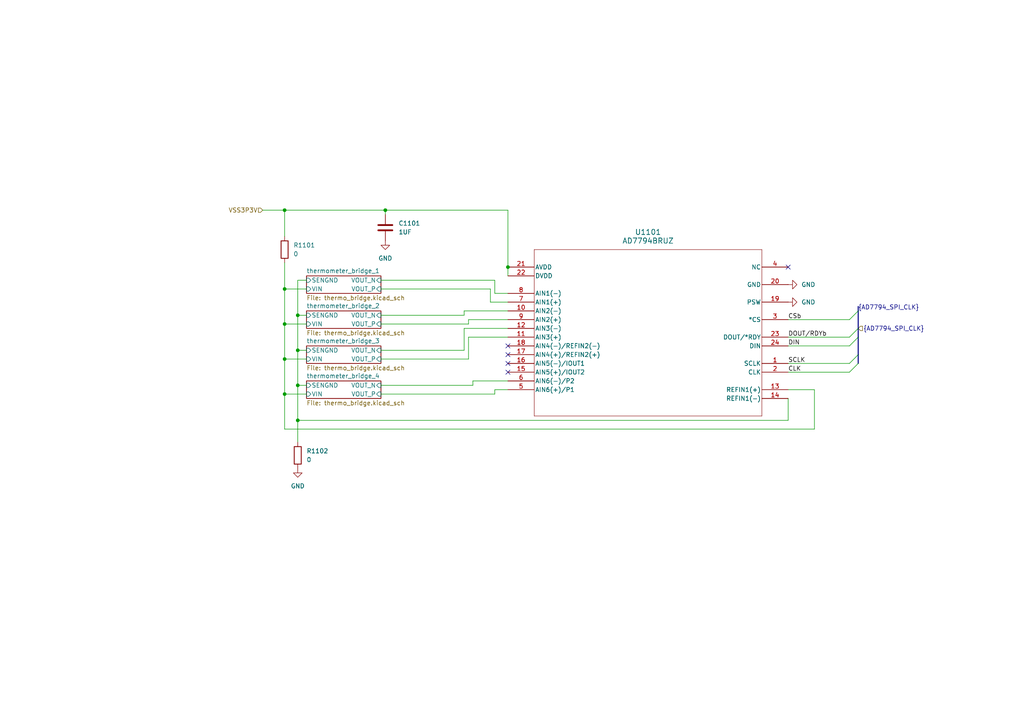
<source format=kicad_sch>
(kicad_sch (version 20231120) (generator "eeschema") (generator_version "8.0")
  (paper "A4")
  (lib_symbols
    (symbol "001_symbol:AD7794BRUZ" (pin_names (offset 0.254))
      (property "Reference" "U" (at 40.64 10.16 0))
      (property "Value" "AD7794BRUZ" (at 40.64 7.62 0))
      (symbol "AD7794BRUZ_0_1"
        (polyline (pts (xy 7.62 -43.18) (xy 73.66 -43.18)) (stroke (width 0.127)))
        (polyline (pts (xy 7.62 5.08) (xy 7.62 -43.18)) (stroke (width 0.127)))
        (polyline (pts (xy 73.66 -43.18) (xy 73.66 5.08)) (stroke (width 0.127)))
        (polyline (pts (xy 73.66 5.08) (xy 7.62 5.08)) (stroke (width 0.127)))
        (pin unspecified line (at 81.28 -27.94 180) (length 7.62) (name "SCLK") (number "1"))
        (pin unspecified line (at 0 -12.7 0) (length 7.62) (name "AIN2(-)") (number "10"))
        (pin unspecified line (at 0 -20.32 0) (length 7.62) (name "AIN3(+)") (number "11"))
        (pin unspecified line (at 0 -17.78 0) (length 7.62) (name "AIN3(-)") (number "12"))
        (pin unspecified line (at 81.28 -35.56 180) (length 7.62) (name "REFIN1(+)") (number "13"))
        (pin unspecified line (at 81.28 -38.1 180) (length 7.62) (name "REFIN1(-)") (number "14"))
        (pin unspecified line (at 0 -30.48 0) (length 7.62) (name "AIN5(+)/IOUT2") (number "15"))
        (pin unspecified line (at 0 -27.94 0) (length 7.62) (name "AIN5(-)/IOUT1") (number "16"))
        (pin unspecified line (at 0 -25.4 0) (length 7.62) (name "AIN4(+)/REFIN2(+)") (number "17"))
        (pin unspecified line (at 0 -22.86 0) (length 7.62) (name "AIN4(-)/REFIN2(-)") (number "18"))
        (pin unspecified line (at 81.28 -10.16 180) (length 7.62) (name "PSW") (number "19"))
        (pin unspecified line (at 81.28 -30.48 180) (length 7.62) (name "CLK") (number "2"))
        (pin unspecified line (at 81.28 -5.08 180) (length 7.62) (name "GND") (number "20"))
        (pin unspecified line (at 0 0 0) (length 7.62) (name "AVDD") (number "21"))
        (pin unspecified line (at 0 -2.54 0) (length 7.62) (name "DVDD") (number "22"))
        (pin unspecified line (at 81.28 -20.32 180) (length 7.62) (name "DOUT/*RDY") (number "23"))
        (pin unspecified line (at 81.28 -22.86 180) (length 7.62) (name "DIN") (number "24"))
        (pin unspecified line (at 81.28 -15.24 180) (length 7.62) (name "*CS") (number "3"))
        (pin unspecified line (at 81.28 0 180) (length 7.62) (name "NC") (number "4"))
        (pin unspecified line (at 0 -35.56 0) (length 7.62) (name "AIN6(+)/P1") (number "5"))
        (pin unspecified line (at 0 -33.02 0) (length 7.62) (name "AIN6(-)/P2") (number "6"))
        (pin unspecified line (at 0 -10.16 0) (length 7.62) (name "AIN1(+)") (number "7"))
        (pin unspecified line (at 0 -7.62 0) (length 7.62) (name "AIN1(-)") (number "8"))
        (pin unspecified line (at 0 -15.24 0) (length 7.62) (name "AIN2(+)") (number "9"))
      )
    )
    (symbol "Device:C" (pin_numbers hide) (pin_names (offset 0.254))
      (property "Reference" "C" (at 0.635 2.54 0))
      (property "Value" "C" (at 0.635 -2.54 0))
      (symbol "C_0_1"
        (polyline (pts (xy -2.032 -0.762) (xy 2.032 -0.762)) (stroke (width 0.508)))
        (polyline (pts (xy -2.032 0.762) (xy 2.032 0.762)) (stroke (width 0.508)))
      )
      (symbol "C_1_1"
        (pin passive line (at 0 3.81 270) (length 2.794) (name "~") (number "1"))
        (pin passive line (at 0 -3.81 90) (length 2.794) (name "~") (number "2"))
      )
    )
    (symbol "Device:R" (pin_numbers hide) (pin_names (offset 0))
      (property "Reference" "R" (at 2.032 0 90))
      (property "Value" "R" (at 0 0 90))
      (symbol "R_0_1"
        (rectangle (start -1.016 -2.54) (end 1.016 2.54) (stroke (width 0.254)))
      )
      (symbol "R_1_1"
        (pin passive line (at 0 3.81 270) (length 1.27) (name "~") (number "1"))
        (pin passive line (at 0 -3.81 90) (length 1.27) (name "~") (number "2"))
      )
    )
    (symbol "power:GND" (power) (pin_numbers hide) (pin_names (offset 0) hide)
      (property "Value" "GND" (at 0 -3.81 0))
      (symbol "GND_0_1"
        (polyline (pts (xy 0 0) (xy 0 -1.27) (xy 1.27 -1.27) (xy 0 -2.54) (xy -1.27 -1.27) (xy 0 -1.27)))
      )
      (symbol "GND_1_1"
        (pin power_in line (at 0 0 270) (length 0) (name "~") (number "1"))
      )
    )
  )
  (bus_alias "AD7794_SPI_CLK" (members "CLK" "SCLK" "DIN" "DOUT/RDYb" "CSb"))
  (junction (at 86.36 91.44))
  (junction (at 82.55 114.3))
  (junction (at 82.55 60.96))
  (junction (at 86.36 121.92))
  (junction (at 86.36 101.6))
  (junction (at 82.55 104.14))
  (junction (at 82.55 93.98))
  (junction (at 86.36 111.76))
  (junction (at 111.76 60.96))
  (junction (at 147.32 77.47))
  (junction (at 82.55 83.82))
  (no_connect (at 147.32 100.33))
  (no_connect (at 147.32 102.87))
  (no_connect (at 147.32 107.95))
  (no_connect (at 228.6 77.47))
  (no_connect (at 147.32 105.41))
  (bus_entry (at 248.92 90.17) (size -2.54 2.54))
  (bus_entry (at 248.92 97.79) (size -2.54 2.54))
  (bus_entry (at 248.92 102.87) (size -2.54 2.54))
  (bus_entry (at 248.92 105.41) (size -2.54 2.54))
  (bus_entry (at 248.92 95.25) (size -2.54 2.54))
  (wire (pts (xy 142.24 87.63) (xy 147.32 87.63)))
  (wire (pts (xy 110.49 93.98) (xy 135.89 93.98)))
  (wire (pts (xy 86.36 111.76) (xy 86.36 121.92)))
  (wire (pts (xy 111.76 60.96) (xy 111.76 62.23)))
  (wire (pts (xy 110.49 111.76) (xy 137.16 111.76)))
  (wire (pts (xy 143.51 113.03) (xy 147.32 113.03)))
  (wire (pts (xy 86.36 101.6) (xy 86.36 111.76)))
  (wire (pts (xy 110.49 104.14) (xy 135.89 104.14)))
  (bus (pts (xy 248.92 97.79) (xy 248.92 102.87)))
  (wire (pts (xy 143.51 114.3) (xy 143.51 113.03)))
  (wire (pts (xy 82.55 114.3) (xy 82.55 124.46)))
  (wire (pts (xy 137.16 110.49) (xy 147.32 110.49)))
  (wire (pts (xy 135.89 104.14) (xy 135.89 97.79)))
  (wire (pts (xy 228.6 100.33) (xy 246.38 100.33)))
  (wire (pts (xy 228.6 115.57) (xy 228.6 121.92)))
  (wire (pts (xy 86.36 91.44) (xy 86.36 101.6)))
  (wire (pts (xy 86.36 81.28) (xy 86.36 91.44)))
  (wire (pts (xy 86.36 111.76) (xy 88.9 111.76)))
  (wire (pts (xy 236.22 113.03) (xy 228.6 113.03)))
  (wire (pts (xy 228.6 107.95) (xy 246.38 107.95)))
  (wire (pts (xy 134.62 95.25) (xy 147.32 95.25)))
  (wire (pts (xy 228.6 121.92) (xy 86.36 121.92)))
  (wire (pts (xy 82.55 104.14) (xy 82.55 114.3)))
  (bus (pts (xy 248.92 88.9) (xy 248.92 90.17)))
  (wire (pts (xy 135.89 92.71) (xy 147.32 92.71)))
  (wire (pts (xy 86.36 91.44) (xy 88.9 91.44)))
  (wire (pts (xy 111.76 60.96) (xy 147.32 60.96)))
  (wire (pts (xy 86.36 121.92) (xy 86.36 128.27)))
  (wire (pts (xy 142.24 83.82) (xy 142.24 87.63)))
  (wire (pts (xy 86.36 101.6) (xy 88.9 101.6)))
  (wire (pts (xy 135.89 97.79) (xy 147.32 97.79)))
  (bus (pts (xy 248.92 95.25) (xy 248.92 97.79)))
  (wire (pts (xy 82.55 83.82) (xy 82.55 93.98)))
  (wire (pts (xy 135.89 93.98) (xy 135.89 92.71)))
  (wire (pts (xy 147.32 60.96) (xy 147.32 77.47)))
  (wire (pts (xy 110.49 81.28) (xy 143.51 81.28)))
  (wire (pts (xy 88.9 93.98) (xy 82.55 93.98)))
  (wire (pts (xy 147.32 77.47) (xy 147.32 80.01)))
  (wire (pts (xy 82.55 124.46) (xy 236.22 124.46)))
  (wire (pts (xy 236.22 124.46) (xy 236.22 113.03)))
  (wire (pts (xy 82.55 60.96) (xy 111.76 60.96)))
  (wire (pts (xy 82.55 60.96) (xy 82.55 68.58)))
  (wire (pts (xy 88.9 104.14) (xy 82.55 104.14)))
  (wire (pts (xy 137.16 111.76) (xy 137.16 110.49)))
  (wire (pts (xy 143.51 85.09) (xy 147.32 85.09)))
  (wire (pts (xy 134.62 101.6) (xy 134.62 95.25)))
  (wire (pts (xy 134.62 91.44) (xy 134.62 90.17)))
  (wire (pts (xy 82.55 93.98) (xy 82.55 104.14)))
  (wire (pts (xy 143.51 81.28) (xy 143.51 85.09)))
  (wire (pts (xy 82.55 114.3) (xy 88.9 114.3)))
  (wire (pts (xy 82.55 76.2) (xy 82.55 83.82)))
  (wire (pts (xy 110.49 114.3) (xy 143.51 114.3)))
  (wire (pts (xy 110.49 101.6) (xy 134.62 101.6)))
  (bus (pts (xy 248.92 102.87) (xy 248.92 105.41)))
  (wire (pts (xy 228.6 105.41) (xy 246.38 105.41)))
  (wire (pts (xy 88.9 81.28) (xy 86.36 81.28)))
  (wire (pts (xy 228.6 92.71) (xy 246.38 92.71)))
  (wire (pts (xy 110.49 83.82) (xy 142.24 83.82)))
  (wire (pts (xy 134.62 90.17) (xy 147.32 90.17)))
  (wire (pts (xy 82.55 83.82) (xy 88.9 83.82)))
  (wire (pts (xy 110.49 91.44) (xy 134.62 91.44)))
  (wire (pts (xy 76.2 60.96) (xy 82.55 60.96)))
  (bus (pts (xy 248.92 90.17) (xy 248.92 95.25)))
  (wire (pts (xy 228.6 97.79) (xy 246.38 97.79)))
  (label "CSb" (at 228.6 92.71 0))
  (label "DOUT{slash}RDYb" (at 228.6 97.79 0))
  (label "{AD7794_SPI_CLK}" (at 248.92 90.17 0))
  (label "SCLK" (at 228.6 105.41 0))
  (label "DIN" (at 228.6 100.33 0))
  (label "CLK" (at 228.6 107.95 0))
  (hierarchical_label "{AD7794_SPI_CLK}" (shape input) (at 248.92 95.25 0))
  (hierarchical_label "VSS3P3V" (shape input) (at 76.2 60.96 180))
  (symbol (lib_id "001_symbol:AD7794BRUZ") (at 147.32 77.47 0) (unit 1)
    (property "Reference" "U1101" (at 187.96 67.31 0) (effects (font (size 1.524 1.524))))
    (property "Value" "AD7794BRUZ" (at 187.96 69.85 0) (effects (font (size 1.524 1.524))))
    (property "Footprint" "001_download:RU_24_ADI_GH" (effects (hide yes)))
    (property "Datasheet" "AD7794BRUZ" (effects (hide yes)))
    (property "Vendor" "digikey:AD7794BRUZ-ND" (effects (hide yes)))
  )
  (symbol (lib_id "power:GND") (at 228.6 82.55 90) (unit 1)
    (property "Reference" "#PWR01103" (effects (hide yes)))
    (property "Value" "GND" (at 232.41 82.5499 90) (effects (justify right)))
    (property "Description" "Power symbol creates a global label with name \"GND\" , ground" (effects (hide yes)))
  )
  (symbol (lib_id "Device:R") (at 82.55 72.39 180) (unit 1)
    (property "Reference" "R1101" (at 85.09 71.1199 0) (effects (justify right)))
    (property "Value" "0" (at 85.09 73.6599 0) (effects (justify right)))
    (property "Footprint" "Resistor_SMD:R_0603_1608Metric" (effects (hide yes)))
    (property "Description" "Resistor" (effects (hide yes)))
    (property "Vendor" "digikey:P0.0GCT-ND" (effects (hide yes)))
  )
  (symbol (lib_id "power:GND") (at 111.76 69.85 0) (unit 1)
    (property "Reference" "#PWR01102" (effects (hide yes)))
    (property "Value" "GND" (at 111.76 74.93 0))
    (property "Description" "Power symbol creates a global label with name \"GND\" , ground" (effects (hide yes)))
  )
  (symbol (lib_id "power:GND") (at 228.6 87.63 90) (unit 1)
    (property "Reference" "#PWR01104" (effects (hide yes)))
    (property "Value" "GND" (at 232.41 87.6299 90) (effects (justify right)))
    (property "Description" "Power symbol creates a global label with name \"GND\" , ground" (effects (hide yes)))
  )
  (symbol (lib_id "Device:R") (at 86.36 132.08 180) (unit 1)
    (property "Reference" "R1102" (at 88.9 130.8099 0) (effects (justify right)))
    (property "Value" "0" (at 88.9 133.3499 0) (effects (justify right)))
    (property "Footprint" "Resistor_SMD:R_0603_1608Metric" (effects (hide yes)))
    (property "Description" "Resistor" (effects (hide yes)))
    (property "Vendor" "digikey:P0.0GCT-ND" (effects (hide yes)))
  )
  (symbol (lib_id "Device:C") (at 111.76 66.04 0) (unit 1)
    (property "Reference" "C1101" (at 115.57 64.7699 0) (effects (justify left)))
    (property "Value" "1UF" (at 115.57 67.3099 0) (effects (justify left)))
    (property "Footprint" "Capacitor_SMD:C_0603_1608Metric" (effects (hide yes)))
    (property "Description" "Unpolarized capacitor" (effects (hide yes)))
    (property "Vendor" "digikey:490-3897-1-ND" (effects (hide yes)))
  )
  (symbol (lib_id "power:GND") (at 86.36 135.89 0) (unit 1)
    (property "Reference" "#PWR01101" (effects (hide yes)))
    (property "Value" "GND" (at 86.36 140.97 0))
    (property "Description" "Power symbol creates a global label with name \"GND\" , ground" (effects (hide yes)))
  )
  (sheet (at 88.9 110.49) (size 21.59 5.08) (stroke (width 0.1524))
    (property "Sheetname" "thermometer_bridge_4" (at 88.9 109.7784 0) (effects (justify left bottom)))
    (property "Sheetfile" "thermo_bridge.kicad_sch" (at 88.9 116.1546 0) (effects (justify left top)))
    (pin "VIN" input (at 88.9 114.3 180))
    (pin "VOUT_P" input (at 110.49 114.3 0))
    (pin "VOUT_N" input (at 110.49 111.76 0))
    (pin "SENGND" input (at 88.9 111.76 180))
  )
  (sheet (at 88.9 80.01) (size 21.59 5.08) (stroke (width 0.1524))
    (property "Sheetname" "thermometer_bridge_1" (at 88.9 79.2984 0) (effects (justify left bottom)))
    (property "Sheetfile" "thermo_bridge.kicad_sch" (at 88.9 85.6746 0) (effects (justify left top)))
    (pin "VIN" input (at 88.9 83.82 180))
    (pin "VOUT_P" input (at 110.49 83.82 0))
    (pin "VOUT_N" input (at 110.49 81.28 0))
    (pin "SENGND" input (at 88.9 81.28 180))
  )
  (sheet (at 88.9 90.17) (size 21.59 5.08) (stroke (width 0.1524))
    (property "Sheetname" "thermometer_bridge_2" (at 88.9 89.4584 0) (effects (justify left bottom)))
    (property "Sheetfile" "thermo_bridge.kicad_sch" (at 88.9 95.8346 0) (effects (justify left top)))
    (pin "VIN" input (at 88.9 93.98 180))
    (pin "VOUT_P" input (at 110.49 93.98 0))
    (pin "VOUT_N" input (at 110.49 91.44 0))
    (pin "SENGND" input (at 88.9 91.44 180))
  )
  (sheet (at 88.9 100.33) (size 21.59 5.08) (stroke (width 0.1524))
    (property "Sheetname" "thermometer_bridge_3" (at 88.9 99.6184 0) (effects (justify left bottom)))
    (property "Sheetfile" "thermo_bridge.kicad_sch" (at 88.9 105.9946 0) (effects (justify left top)))
    (pin "VIN" input (at 88.9 104.14 180))
    (pin "VOUT_P" input (at 110.49 104.14 0))
    (pin "VOUT_N" input (at 110.49 101.6 0))
    (pin "SENGND" input (at 88.9 101.6 180))
  )
)
</source>
